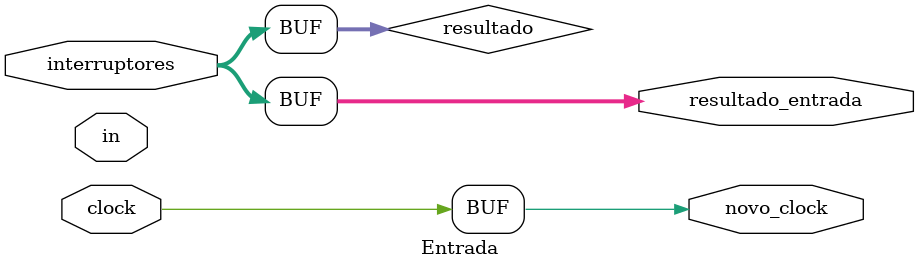
<source format=v>
module Entrada(
	input clock,
	output novo_clock,
	input in,
	input [15:0] interruptores,
	output [15:0] resultado_entrada

);

	reg[27:0] out;
	reg [15:0] resultado;
	reg RegClock;
	
	integer contador = 0;

	
	always@(posedge clock) begin
		if (contador == 0) begin
			RegClock = 0;
			contador = 1;
		end
		

		if (in == 1) begin
			if(out == 28'd250000000) begin
				out = 28'd0;
				RegClock = ~RegClock;
			end
			else
				out = out + 1;
		end
		else begin
			if(out == 28'd25000000) begin
				out = 28'd0;
				RegClock = ~RegClock;
			end
			else
				out = out + 1;	
		end
	end

	always @(*) begin
		resultado =  interruptores[15:0];
	end
	
//	assign novo_clock = RegClock;
	assign novo_clock = clock;
	assign resultado_entrada = resultado;
	
endmodule 

</source>
